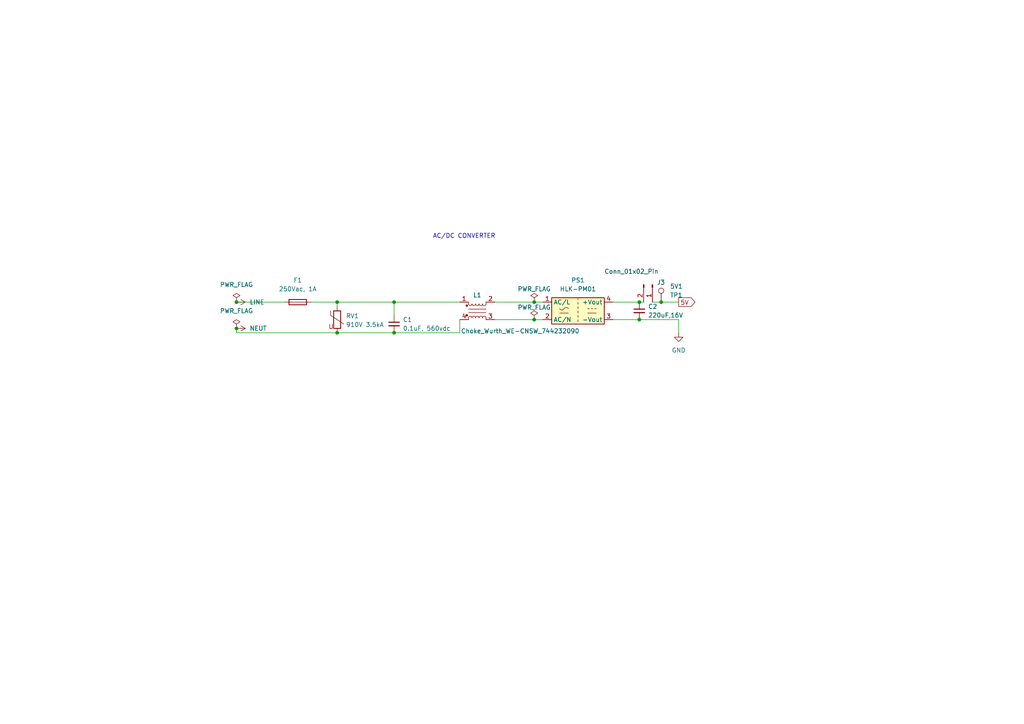
<source format=kicad_sch>
(kicad_sch (version 20231120) (generator "eeschema") (generator_version "8.0")
  (paper "A4")
  (title_block (title "Dimmer") (rev "0.1") (company "Gemicates Technologies Pvt Ltd,IITM Pravartak,IIT Madras Research Park,Chennai - 600113"))
  (lib_symbols
    (symbol "Connector:Conn_01x02_Pin" (pin_names (offset 1.016) hide)
      (property "Reference" "J" (at 0 2.54 0))
      (property "Value" "Conn_01x02_Pin" (at 0 -5.08 0))
      (symbol "Conn_01x02_Pin_1_1"
        (polyline (pts (xy 1.27 -2.54) (xy 0.8636 -2.54)) (stroke (width 0.1524)))
        (polyline (pts (xy 1.27 0) (xy 0.8636 0)) (stroke (width 0.1524)))
        (rectangle (start 0.8636 -2.413) (end 0 -2.667) (stroke (width 0.1524)) (fill (type outline)))
        (rectangle (start 0.8636 0.127) (end 0 -0.127) (stroke (width 0.1524)) (fill (type outline)))
        (pin passive line (at 5.08 0 180) (length 3.81) (name "Pin_1") (number "1"))
        (pin passive line (at 5.08 -2.54 180) (length 3.81) (name "Pin_2") (number "2"))
      )
    )
    (symbol "Connector:TestPoint" (pin_numbers hide) (pin_names (offset 0.762) hide)
      (property "Reference" "TP" (at 0 6.858 0))
      (property "Value" "TestPoint" (at 0 5.08 0))
      (symbol "TestPoint_0_1"
        (circle (center 0 3.302) (radius 0.762))
      )
      (symbol "TestPoint_1_1"
        (pin passive line (at 0 0 90) (length 2.54) (name "1") (number "1"))
      )
    )
    (symbol "Converter_ACDC:HLK-PM01"
      (property "Reference" "PS" (at 0 5.08 0))
      (property "Value" "HLK-PM01" (at 0 -5.08 0))
      (symbol "HLK-PM01_0_1"
        (rectangle (start -7.62 3.81) (end 7.62 -3.81) (stroke (width 0.254)) (fill (type background)))
        (arc (start -5.334 0.635) (mid -4.699 0.2495) (end -4.064 0.635))
        (arc (start -2.794 0.635) (mid -3.429 1.0072) (end -4.064 0.635))
        (polyline (pts (xy -5.334 -0.635) (xy -2.794 -0.635)))
        (polyline (pts (xy 0 -2.54) (xy 0 -3.175)))
        (polyline (pts (xy 0 -1.27) (xy 0 -1.905)))
        (polyline (pts (xy 0 0) (xy 0 -0.635)))
        (polyline (pts (xy 0 1.27) (xy 0 0.635)))
        (polyline (pts (xy 0 2.54) (xy 0 1.905)))
        (polyline (pts (xy 0 3.81) (xy 0 3.175)))
        (polyline (pts (xy 2.794 -0.635) (xy 5.334 -0.635)))
        (polyline (pts (xy 2.794 0.635) (xy 3.302 0.635)))
        (polyline (pts (xy 3.81 0.635) (xy 4.318 0.635)))
        (polyline (pts (xy 4.826 0.635) (xy 5.334 0.635)))
      )
      (symbol "HLK-PM01_1_1"
        (pin power_in line (at -10.16 2.54 0) (length 2.54) (name "AC/L") (number "1"))
        (pin power_in line (at -10.16 -2.54 0) (length 2.54) (name "AC/N") (number "2"))
        (pin open_emitter line (at 10.16 -2.54 180) (length 2.54) (name "-Vout") (number "3"))
        (pin power_out line (at 10.16 2.54 180) (length 2.54) (name "+Vout") (number "4"))
      )
    )
    (symbol "Device:C_Small" (pin_numbers hide) (pin_names (offset 0.254) hide)
      (property "Reference" "C" (at 0.254 1.778 0))
      (property "Value" "C_Small" (at 0.254 -2.032 0))
      (symbol "C_Small_0_1"
        (polyline (pts (xy -1.524 -0.508) (xy 1.524 -0.508)) (stroke (width 0.3302)))
        (polyline (pts (xy -1.524 0.508) (xy 1.524 0.508)) (stroke (width 0.3048)))
      )
      (symbol "C_Small_1_1"
        (pin passive line (at 0 2.54 270) (length 2.032) (name "~") (number "1"))
        (pin passive line (at 0 -2.54 90) (length 2.032) (name "~") (number "2"))
      )
    )
    (symbol "Device:Fuse" (pin_numbers hide) (pin_names (offset 0))
      (property "Reference" "F" (at 2.032 0 90))
      (property "Value" "Fuse" (at -1.905 0 90))
      (symbol "Fuse_0_1"
        (rectangle (start -0.762 -2.54) (end 0.762 2.54) (stroke (width 0.254)))
        (polyline (pts (xy 0 2.54) (xy 0 -2.54)))
      )
      (symbol "Fuse_1_1"
        (pin passive line (at 0 3.81 270) (length 1.27) (name "~") (number "1"))
        (pin passive line (at 0 -3.81 90) (length 1.27) (name "~") (number "2"))
      )
    )
    (symbol "Device:Varistor" (pin_numbers hide) (pin_names (offset 0))
      (property "Reference" "RV" (at 3.175 0 90))
      (property "Value" "Varistor" (at -3.175 0 90))
      (symbol "Varistor_0_0"
        (text "U" (at -1.778 -2.032 0) (effects (font (size 1.27 1.27))))
      )
      (symbol "Varistor_0_1"
        (rectangle (start -1.016 -2.54) (end 1.016 2.54) (stroke (width 0.254)))
        (polyline (pts (xy -1.905 2.54) (xy -1.905 1.27) (xy 1.905 -1.27)))
      )
      (symbol "Varistor_1_1"
        (pin passive line (at 0 3.81 270) (length 1.27) (name "~") (number "1"))
        (pin passive line (at 0 -3.81 90) (length 1.27) (name "~") (number "2"))
      )
    )
    (symbol "Filter:Choke_Wurth_WE-CNSW_744232090"
      (property "Reference" "L" (at 0 5.08 0))
      (property "Value" "Choke_Wurth_WE-CNSW_744232090" (at 0 -5.08 0))
      (symbol "Choke_Wurth_WE-CNSW_744232090_1_1"
        (circle (center -3.048 -1.27) (radius 0.254) (fill (type outline)))
        (circle (center -3.048 1.524) (radius 0.254) (fill (type outline)))
        (arc (start -2.54 2.032) (mid -2.032 1.5262) (end -1.524 2.032))
        (arc (start -1.524 -2.032) (mid -2.032 -1.5262) (end -2.54 -2.032))
        (arc (start -1.524 2.032) (mid -1.016 1.5262) (end -0.508 2.032))
        (arc (start -0.508 -2.032) (mid -1.016 -1.5262) (end -1.524 -2.032))
        (arc (start -0.508 2.032) (mid 0 1.5262) (end 0.508 2.032))
        (polyline (pts (xy -2.54 -2.032) (xy -2.54 -2.54)))
        (polyline (pts (xy -2.54 0.508) (xy 2.54 0.508)))
        (polyline (pts (xy -2.54 2.032) (xy -2.54 2.54)))
        (polyline (pts (xy 2.54 -2.032) (xy 2.54 -2.54)))
        (polyline (pts (xy 2.54 -0.508) (xy -2.54 -0.508)))
        (polyline (pts (xy 2.54 2.54) (xy 2.54 2.032)))
        (arc (start 0.508 -2.032) (mid 0 -1.5262) (end -0.508 -2.032))
        (arc (start 0.508 2.032) (mid 1.016 1.5262) (end 1.524 2.032))
        (arc (start 1.524 -2.032) (mid 1.016 -1.5262) (end 0.508 -2.032))
        (arc (start 1.524 2.032) (mid 2.032 1.5262) (end 2.54 2.032))
        (arc (start 2.54 -2.032) (mid 2.032 -1.5262) (end 1.524 -2.032))
        (pin passive line (at -5.08 2.54 0) (length 2.54) (name "") (number "1"))
        (pin passive line (at 5.08 2.54 180) (length 2.54) (name "") (number "2"))
        (pin passive line (at 5.08 -2.54 180) (length 2.54) (name "") (number "3"))
        (pin passive line (at -5.08 -2.54 0) (length 2.54) (name "") (number "4"))
      )
    )
    (symbol "power:GND" (power) (pin_numbers hide) (pin_names (offset 0) hide)
      (property "Value" "GND" (at 0 -3.81 0))
      (symbol "GND_0_1"
        (polyline (pts (xy 0 0) (xy 0 -1.27) (xy 1.27 -1.27) (xy 0 -2.54) (xy -1.27 -1.27) (xy 0 -1.27)))
      )
      (symbol "GND_1_1"
        (pin power_in line (at 0 0 270) (length 0) (name "~") (number "1"))
      )
    )
    (symbol "power:LINE" (power) (pin_numbers hide) (pin_names (offset 0) hide)
      (property "Value" "LINE" (at 0 3.556 0))
      (symbol "LINE_0_1"
        (polyline (pts (xy -0.762 1.27) (xy 0 2.54)))
        (polyline (pts (xy 0 0) (xy 0 2.54)))
        (polyline (pts (xy 0 2.54) (xy 0.762 1.27)))
      )
      (symbol "LINE_1_1"
        (pin power_in line (at 0 0 90) (length 0) (name "~") (number "1"))
      )
    )
    (symbol "power:NEUT" (power) (pin_numbers hide) (pin_names (offset 0) hide)
      (property "Value" "NEUT" (at 0 3.556 0))
      (symbol "NEUT_0_1"
        (polyline (pts (xy -0.762 1.27) (xy 0 2.54)))
        (polyline (pts (xy 0 0) (xy 0 2.54)))
        (polyline (pts (xy 0 2.54) (xy 0.762 1.27)))
      )
      (symbol "NEUT_1_1"
        (pin power_in line (at 0 0 90) (length 0) (name "~") (number "1"))
      )
    )
    (symbol "power:PWR_FLAG" (power) (pin_numbers hide) (pin_names (offset 0) hide)
      (property "Value" "PWR_FLAG" (at 0 3.81 0))
      (symbol "PWR_FLAG_0_0"
        (pin power_out line (at 0 0 90) (length 0) (name "~") (number "1"))
      )
      (symbol "PWR_FLAG_0_1"
        (polyline (pts (xy 0 0) (xy 0 1.27) (xy -1.016 1.905) (xy 0 2.54) (xy 1.016 1.905) (xy 0 1.27)))
      )
    )
  )
  (junction (at 114.3 96.52))
  (junction (at 97.79 96.52))
  (junction (at 185.42 92.71))
  (junction (at 97.79 87.63))
  (junction (at 154.94 87.63))
  (junction (at 114.3 87.63))
  (junction (at 68.58 95.25))
  (junction (at 185.42 87.63))
  (junction (at 68.58 87.63))
  (junction (at 191.77 87.63))
  (junction (at 154.94 92.71))
  (wire (pts (xy 154.94 92.71) (xy 157.48 92.71)))
  (wire (pts (xy 68.58 87.63) (xy 82.55 87.63)))
  (wire (pts (xy 114.3 87.63) (xy 114.3 91.44)))
  (wire (pts (xy 143.51 92.71) (xy 154.94 92.71)))
  (wire (pts (xy 143.51 87.63) (xy 154.94 87.63)))
  (wire (pts (xy 191.77 87.63) (xy 196.85 87.63)))
  (wire (pts (xy 68.58 96.52) (xy 97.79 96.52)))
  (wire (pts (xy 189.23 87.63) (xy 191.77 87.63)))
  (wire (pts (xy 114.3 87.63) (xy 133.35 87.63)))
  (wire (pts (xy 114.3 96.52) (xy 133.35 96.52)))
  (wire (pts (xy 97.79 87.63) (xy 114.3 87.63)))
  (wire (pts (xy 177.8 92.71) (xy 185.42 92.71)))
  (wire (pts (xy 196.85 92.71) (xy 196.85 96.52)))
  (wire (pts (xy 68.58 96.52) (xy 68.58 95.25)))
  (wire (pts (xy 185.42 87.63) (xy 186.69 87.63)))
  (wire (pts (xy 90.17 87.63) (xy 97.79 87.63)))
  (wire (pts (xy 97.79 96.52) (xy 114.3 96.52)))
  (wire (pts (xy 97.79 87.63) (xy 97.79 88.9)))
  (wire (pts (xy 154.94 87.63) (xy 157.48 87.63)))
  (wire (pts (xy 185.42 92.71) (xy 196.85 92.71)))
  (wire (pts (xy 177.8 87.63) (xy 185.42 87.63)))
  (wire (pts (xy 133.35 96.52) (xy 133.35 92.71)))
  (text "AC/DC CONVERTER" (at 134.62 68.58 0) (effects (font (size 1.27 1.27))))
  (global_label "5V" (shape output) (at 196.85 87.63 0) (property "Intersheetrefs" "${INTERSHEET_REFS}" (effects (hide yes))))
  (symbol (lib_id "power:NEUT") (at 68.58 95.25 270) (unit 1)
    (property "Reference" "#PWR010" (effects (hide yes)))
    (property "Value" "NEUT" (at 72.39 95.2499 90) (effects (justify left)))
    (property "Description" "Power symbol creates a global label with name \"NEUT\"" (effects (hide yes)))
  )
  (symbol (lib_id "power:LINE") (at 68.58 87.63 270) (unit 1)
    (property "Reference" "#PWR03" (effects (hide yes)))
    (property "Value" "LINE" (at 72.39 87.6299 90) (effects (justify left)))
    (property "Description" "Power symbol creates a global label with name \"LINE\"" (effects (hide yes)))
  )
  (symbol (lib_id "power:PWR_FLAG") (at 154.94 87.63 0) (unit 1)
    (property "Reference" "#FLG05" (effects (hide yes)))
    (property "Value" "PWR_FLAG" (at 154.94 83.82 0))
    (property "Description" "Special symbol for telling ERC where power comes from" (effects (hide yes)))
  )
  (symbol (lib_id "Connector:TestPoint") (at 191.77 87.63 0) (unit 1)
    (property "Reference" "5V1" (at 194.31 83.0579 0) (effects (justify left)))
    (property "Value" "TP1" (at 194.31 85.5979 0) (effects (justify left)))
    (property "Footprint" "TestPoint:TestPoint_Pad_1.0x1.0mm" (effects (hide yes)))
    (property "Description" "test point" (effects (hide yes)))
  )
  (symbol (lib_id "power:PWR_FLAG") (at 154.94 92.71 0) (unit 1)
    (property "Reference" "#FLG06" (effects (hide yes)))
    (property "Value" "PWR_FLAG" (at 154.94 89.154 0))
    (property "Description" "Special symbol for telling ERC where power comes from" (effects (hide yes)))
  )
  (symbol (lib_id "Filter:Choke_Wurth_WE-CNSW_744232090") (at 138.43 90.17 0) (unit 1)
    (property "Reference" "L1" (at 138.43 85.598 0))
    (property "Value" "Choke_Wurth_WE-CNSW_744232090" (at 150.876 96.012 0))
    (property "Footprint" "Inductor_SMD:L_CommonMode_Wurth_WE-CNSW-1206" (effects (hide yes)))
    (property "Datasheet" "https://www.we-online.com/components/products/datasheet/744232090.pdf" (effects (hide yes)))
    (property "Description" "Common mode choke, 370 mA, 125VDC, USB2.0, 111 nH" (effects (hide yes)))
  )
  (symbol (lib_id "power:PWR_FLAG") (at 68.58 95.25 0) (unit 1)
    (property "Reference" "#FLG03" (effects (hide yes)))
    (property "Value" "PWR_FLAG" (at 68.58 90.17 0))
    (property "Description" "Special symbol for telling ERC where power comes from" (effects (hide yes)))
  )
  (symbol (lib_id "Device:Varistor") (at 97.79 92.71 0) (unit 1)
    (property "Reference" "RV1" (at 100.33 91.6332 0) (effects (justify left)))
    (property "Value" "910V 3.5kA" (at 100.33 94.1732 0) (effects (justify left)))
    (property "Footprint" "smart2-1.1-Library:varistor" (effects (hide yes)))
    (property "Description" "Voltage dependent resistor" (effects (hide yes)))
    (property "Sim.Name" "kicad_builtin_varistor" (effects (hide yes)))
    (property "Sim.Device" "SUBCKT" (effects (hide yes)))
    (property "Sim.Pins" "1=A 2=B" (effects (hide yes)))
    (property "Sim.Params" "threshold=1k" (effects (hide yes)))
    (property "Sim.Library" "${KICAD7_SYMBOL_DIR}/Simulation_SPICE.sp" (effects (hide yes)))
  )
  (symbol (lib_id "power:PWR_FLAG") (at 68.58 87.63 0) (unit 1)
    (property "Reference" "#FLG01" (effects (hide yes)))
    (property "Value" "PWR_FLAG" (at 68.58 82.55 0))
    (property "Description" "Special symbol for telling ERC where power comes from" (effects (hide yes)))
  )
  (symbol (lib_id "Device:Fuse") (at 86.36 87.63 90) (unit 1)
    (property "Reference" "F1" (at 86.36 81.28 90))
    (property "Value" "250Vac, 1A" (at 86.36 83.82 90))
    (property "Footprint" "Fuse:Fuse_Littelfuse_395Series" (effects (hide yes)))
    (property "Description" "Fuse" (effects (hide yes)))
  )
  (symbol (lib_id "Connector:Conn_01x02_Pin") (at 189.23 82.55 270) (unit 1)
    (property "Reference" "J3" (at 190.5 81.9149 90) (effects (justify left)))
    (property "Value" "Conn_01x02_Pin" (at 175.26 78.74 90) (effects (justify left)))
    (property "Footprint" "smart2-1.1-Library:CONN_61300211121_WRE" (effects (hide yes)))
    (property "Description" "Generic connector, single row, 01x02, script generated" (effects (hide yes)))
  )
  (symbol (lib_id "Converter_ACDC:HLK-PM01") (at 167.64 90.17 0) (unit 1)
    (property "Reference" "PS1" (at 167.64 81.28 0))
    (property "Value" "HLK-PM01" (at 167.64 83.82 0))
    (property "Footprint" "Converter_ACDC:Converter_ACDC_Hi-Link_HLK-PMxx" (effects (hide yes)))
    (property "Datasheet" "https://h.hlktech.com/download/ACDC%E7%94%B5%E6%BA%90%E6%A8%A1%E5%9D%973W%E7%B3%BB%E5%88%97/1/%E6%B5%B7%E5%87%8C%E7%A7%913W%E7%B3%BB%E5%88%97%E7%94%B5%E6%BA%90%E6%A8%A1%E5%9D%97%E8%A7%84%E6%A0%BC%E4%B9%A6V2.8.pdf" (effects (hide yes)))
    (property "Description" "Compact AC/DC board mount power module 3W 5V" (effects (hide yes)))
  )
  (symbol (lib_id "Device:C_Small") (at 114.3 93.98 0) (unit 1)
    (property "Reference" "C1" (at 116.84 92.7162 0) (effects (justify left)))
    (property "Value" "0.1uF, 560vdc" (at 116.84 95.2562 0) (effects (justify left)))
    (property "Footprint" "smart2-1.1-Library:CAP_R46KI310040H1M_KEM" (effects (hide yes)))
    (property "Description" "Unpolarized capacitor, small symbol" (effects (hide yes)))
  )
  (symbol (lib_id "Device:C_Small") (at 185.42 90.17 0) (unit 1)
    (property "Reference" "C2" (at 187.96 88.9062 0) (effects (justify left)))
    (property "Value" "220uF,16V" (at 187.96 91.4462 0) (effects (justify left)))
    (property "Footprint" "smart2-1.1-Library:U2-K_NCH-M" (effects (hide yes)))
    (property "Description" "Unpolarized capacitor, small symbol" (effects (hide yes)))
  )
  (symbol (lib_id "power:GND") (at 196.85 96.52 0) (unit 1)
    (property "Reference" "#PWR011" (effects (hide yes)))
    (property "Value" "GND" (at 196.85 101.6 0))
    (property "Description" "Power symbol creates a global label with name \"GND\" , ground" (effects (hide yes)))
  )
)
</source>
